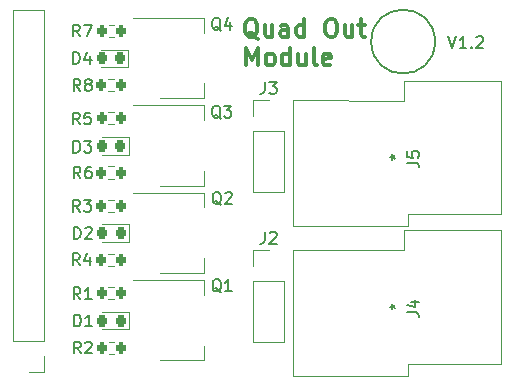
<source format=gto>
G04 #@! TF.GenerationSoftware,KiCad,Pcbnew,(6.0.0)*
G04 #@! TF.CreationDate,2022-04-16T22:58:20-07:00*
G04 #@! TF.ProjectId,Output Module,4f757470-7574-4204-9d6f-64756c652e6b,rev?*
G04 #@! TF.SameCoordinates,Original*
G04 #@! TF.FileFunction,Legend,Top*
G04 #@! TF.FilePolarity,Positive*
%FSLAX46Y46*%
G04 Gerber Fmt 4.6, Leading zero omitted, Abs format (unit mm)*
G04 Created by KiCad (PCBNEW (6.0.0)) date 2022-04-16 22:58:20*
%MOMM*%
%LPD*%
G01*
G04 APERTURE LIST*
G04 Aperture macros list*
%AMRoundRect*
0 Rectangle with rounded corners*
0 $1 Rounding radius*
0 $2 $3 $4 $5 $6 $7 $8 $9 X,Y pos of 4 corners*
0 Add a 4 corners polygon primitive as box body*
4,1,4,$2,$3,$4,$5,$6,$7,$8,$9,$2,$3,0*
0 Add four circle primitives for the rounded corners*
1,1,$1+$1,$2,$3*
1,1,$1+$1,$4,$5*
1,1,$1+$1,$6,$7*
1,1,$1+$1,$8,$9*
0 Add four rect primitives between the rounded corners*
20,1,$1+$1,$2,$3,$4,$5,0*
20,1,$1+$1,$4,$5,$6,$7,0*
20,1,$1+$1,$6,$7,$8,$9,0*
20,1,$1+$1,$8,$9,$2,$3,0*%
G04 Aperture macros list end*
%ADD10C,0.150000*%
%ADD11C,0.300000*%
%ADD12C,0.120000*%
%ADD13R,1.900000X1.900000*%
%ADD14C,2.032000*%
%ADD15C,2.032098*%
%ADD16RoundRect,0.218750X0.218750X0.256250X-0.218750X0.256250X-0.218750X-0.256250X0.218750X-0.256250X0*%
%ADD17RoundRect,0.200000X-0.200000X-0.275000X0.200000X-0.275000X0.200000X0.275000X-0.200000X0.275000X0*%
%ADD18R,1.700000X1.700000*%
%ADD19O,1.700000X1.700000*%
%ADD20R,2.000000X1.500000*%
%ADD21R,2.000000X3.800000*%
G04 APERTURE END LIST*
D10*
X139666190Y-74542380D02*
X139999523Y-75542380D01*
X140332857Y-74542380D01*
X141190000Y-75542380D02*
X140618571Y-75542380D01*
X140904285Y-75542380D02*
X140904285Y-74542380D01*
X140809047Y-74685238D01*
X140713809Y-74780476D01*
X140618571Y-74828095D01*
X141618571Y-75447142D02*
X141666190Y-75494761D01*
X141618571Y-75542380D01*
X141570952Y-75494761D01*
X141618571Y-75447142D01*
X141618571Y-75542380D01*
X142047142Y-74637619D02*
X142094761Y-74590000D01*
X142190000Y-74542380D01*
X142428095Y-74542380D01*
X142523333Y-74590000D01*
X142570952Y-74637619D01*
X142618571Y-74732857D01*
X142618571Y-74828095D01*
X142570952Y-74970952D01*
X141999523Y-75542380D01*
X142618571Y-75542380D01*
X138544057Y-74992000D02*
G75*
G03*
X138544057Y-74992000I-2700057J0D01*
G01*
D11*
X123552142Y-74733928D02*
X123409285Y-74662500D01*
X123266428Y-74519642D01*
X123052142Y-74305357D01*
X122909285Y-74233928D01*
X122766428Y-74233928D01*
X122837857Y-74591071D02*
X122695000Y-74519642D01*
X122552142Y-74376785D01*
X122480714Y-74091071D01*
X122480714Y-73591071D01*
X122552142Y-73305357D01*
X122695000Y-73162500D01*
X122837857Y-73091071D01*
X123123571Y-73091071D01*
X123266428Y-73162500D01*
X123409285Y-73305357D01*
X123480714Y-73591071D01*
X123480714Y-74091071D01*
X123409285Y-74376785D01*
X123266428Y-74519642D01*
X123123571Y-74591071D01*
X122837857Y-74591071D01*
X124766428Y-73591071D02*
X124766428Y-74591071D01*
X124123571Y-73591071D02*
X124123571Y-74376785D01*
X124195000Y-74519642D01*
X124337857Y-74591071D01*
X124552142Y-74591071D01*
X124695000Y-74519642D01*
X124766428Y-74448214D01*
X126123571Y-74591071D02*
X126123571Y-73805357D01*
X126052142Y-73662500D01*
X125909285Y-73591071D01*
X125623571Y-73591071D01*
X125480714Y-73662500D01*
X126123571Y-74519642D02*
X125980714Y-74591071D01*
X125623571Y-74591071D01*
X125480714Y-74519642D01*
X125409285Y-74376785D01*
X125409285Y-74233928D01*
X125480714Y-74091071D01*
X125623571Y-74019642D01*
X125980714Y-74019642D01*
X126123571Y-73948214D01*
X127480714Y-74591071D02*
X127480714Y-73091071D01*
X127480714Y-74519642D02*
X127337857Y-74591071D01*
X127052142Y-74591071D01*
X126909285Y-74519642D01*
X126837857Y-74448214D01*
X126766428Y-74305357D01*
X126766428Y-73876785D01*
X126837857Y-73733928D01*
X126909285Y-73662500D01*
X127052142Y-73591071D01*
X127337857Y-73591071D01*
X127480714Y-73662500D01*
X129623571Y-73091071D02*
X129909285Y-73091071D01*
X130052142Y-73162500D01*
X130195000Y-73305357D01*
X130266428Y-73591071D01*
X130266428Y-74091071D01*
X130195000Y-74376785D01*
X130052142Y-74519642D01*
X129909285Y-74591071D01*
X129623571Y-74591071D01*
X129480714Y-74519642D01*
X129337857Y-74376785D01*
X129266428Y-74091071D01*
X129266428Y-73591071D01*
X129337857Y-73305357D01*
X129480714Y-73162500D01*
X129623571Y-73091071D01*
X131552142Y-73591071D02*
X131552142Y-74591071D01*
X130909285Y-73591071D02*
X130909285Y-74376785D01*
X130980714Y-74519642D01*
X131123571Y-74591071D01*
X131337857Y-74591071D01*
X131480714Y-74519642D01*
X131552142Y-74448214D01*
X132052142Y-73591071D02*
X132623571Y-73591071D01*
X132266428Y-73091071D02*
X132266428Y-74376785D01*
X132337857Y-74519642D01*
X132480714Y-74591071D01*
X132623571Y-74591071D01*
X122552142Y-77006071D02*
X122552142Y-75506071D01*
X123052142Y-76577500D01*
X123552142Y-75506071D01*
X123552142Y-77006071D01*
X124480714Y-77006071D02*
X124337857Y-76934642D01*
X124266428Y-76863214D01*
X124195000Y-76720357D01*
X124195000Y-76291785D01*
X124266428Y-76148928D01*
X124337857Y-76077500D01*
X124480714Y-76006071D01*
X124695000Y-76006071D01*
X124837857Y-76077500D01*
X124909285Y-76148928D01*
X124980714Y-76291785D01*
X124980714Y-76720357D01*
X124909285Y-76863214D01*
X124837857Y-76934642D01*
X124695000Y-77006071D01*
X124480714Y-77006071D01*
X126266428Y-77006071D02*
X126266428Y-75506071D01*
X126266428Y-76934642D02*
X126123571Y-77006071D01*
X125837857Y-77006071D01*
X125695000Y-76934642D01*
X125623571Y-76863214D01*
X125552142Y-76720357D01*
X125552142Y-76291785D01*
X125623571Y-76148928D01*
X125695000Y-76077500D01*
X125837857Y-76006071D01*
X126123571Y-76006071D01*
X126266428Y-76077500D01*
X127623571Y-76006071D02*
X127623571Y-77006071D01*
X126980714Y-76006071D02*
X126980714Y-76791785D01*
X127052142Y-76934642D01*
X127195000Y-77006071D01*
X127409285Y-77006071D01*
X127552142Y-76934642D01*
X127623571Y-76863214D01*
X128552142Y-77006071D02*
X128409285Y-76934642D01*
X128337857Y-76791785D01*
X128337857Y-75506071D01*
X129695000Y-76934642D02*
X129552142Y-77006071D01*
X129266428Y-77006071D01*
X129123571Y-76934642D01*
X129052142Y-76791785D01*
X129052142Y-76220357D01*
X129123571Y-76077500D01*
X129266428Y-76006071D01*
X129552142Y-76006071D01*
X129695000Y-76077500D01*
X129766428Y-76220357D01*
X129766428Y-76363214D01*
X129052142Y-76506071D01*
D10*
X136183880Y-97924833D02*
X136898166Y-97924833D01*
X137041023Y-97972452D01*
X137136261Y-98067690D01*
X137183880Y-98210547D01*
X137183880Y-98305785D01*
X136517214Y-97020071D02*
X137183880Y-97020071D01*
X136136261Y-97258166D02*
X136850547Y-97496261D01*
X136850547Y-96877214D01*
X134722380Y-97435000D02*
X134960476Y-97435000D01*
X134865238Y-97673095D02*
X134960476Y-97435000D01*
X134865238Y-97196904D01*
X135150952Y-97577857D02*
X134960476Y-97435000D01*
X135150952Y-97292142D01*
X136193880Y-85244833D02*
X136908166Y-85244833D01*
X137051023Y-85292452D01*
X137146261Y-85387690D01*
X137193880Y-85530547D01*
X137193880Y-85625785D01*
X136193880Y-84292452D02*
X136193880Y-84768642D01*
X136670071Y-84816261D01*
X136622452Y-84768642D01*
X136574833Y-84673404D01*
X136574833Y-84435309D01*
X136622452Y-84340071D01*
X136670071Y-84292452D01*
X136765309Y-84244833D01*
X137003404Y-84244833D01*
X137098642Y-84292452D01*
X137146261Y-84340071D01*
X137193880Y-84435309D01*
X137193880Y-84673404D01*
X137146261Y-84768642D01*
X137098642Y-84816261D01*
X134732380Y-84755000D02*
X134970476Y-84755000D01*
X134875238Y-84993095D02*
X134970476Y-84755000D01*
X134875238Y-84516904D01*
X135160952Y-84897857D02*
X134970476Y-84755000D01*
X135160952Y-84612142D01*
X107911904Y-76882380D02*
X107911904Y-75882380D01*
X108150000Y-75882380D01*
X108292857Y-75930000D01*
X108388095Y-76025238D01*
X108435714Y-76120476D01*
X108483333Y-76310952D01*
X108483333Y-76453809D01*
X108435714Y-76644285D01*
X108388095Y-76739523D01*
X108292857Y-76834761D01*
X108150000Y-76882380D01*
X107911904Y-76882380D01*
X109340476Y-76215714D02*
X109340476Y-76882380D01*
X109102380Y-75834761D02*
X108864285Y-76549047D01*
X109483333Y-76549047D01*
X107931904Y-84382380D02*
X107931904Y-83382380D01*
X108170000Y-83382380D01*
X108312857Y-83430000D01*
X108408095Y-83525238D01*
X108455714Y-83620476D01*
X108503333Y-83810952D01*
X108503333Y-83953809D01*
X108455714Y-84144285D01*
X108408095Y-84239523D01*
X108312857Y-84334761D01*
X108170000Y-84382380D01*
X107931904Y-84382380D01*
X108836666Y-83382380D02*
X109455714Y-83382380D01*
X109122380Y-83763333D01*
X109265238Y-83763333D01*
X109360476Y-83810952D01*
X109408095Y-83858571D01*
X109455714Y-83953809D01*
X109455714Y-84191904D01*
X109408095Y-84287142D01*
X109360476Y-84334761D01*
X109265238Y-84382380D01*
X108979523Y-84382380D01*
X108884285Y-84334761D01*
X108836666Y-84287142D01*
X107971904Y-91692380D02*
X107971904Y-90692380D01*
X108210000Y-90692380D01*
X108352857Y-90740000D01*
X108448095Y-90835238D01*
X108495714Y-90930476D01*
X108543333Y-91120952D01*
X108543333Y-91263809D01*
X108495714Y-91454285D01*
X108448095Y-91549523D01*
X108352857Y-91644761D01*
X108210000Y-91692380D01*
X107971904Y-91692380D01*
X108924285Y-90787619D02*
X108971904Y-90740000D01*
X109067142Y-90692380D01*
X109305238Y-90692380D01*
X109400476Y-90740000D01*
X109448095Y-90787619D01*
X109495714Y-90882857D01*
X109495714Y-90978095D01*
X109448095Y-91120952D01*
X108876666Y-91692380D01*
X109495714Y-91692380D01*
X107991904Y-99102380D02*
X107991904Y-98102380D01*
X108230000Y-98102380D01*
X108372857Y-98150000D01*
X108468095Y-98245238D01*
X108515714Y-98340476D01*
X108563333Y-98530952D01*
X108563333Y-98673809D01*
X108515714Y-98864285D01*
X108468095Y-98959523D01*
X108372857Y-99054761D01*
X108230000Y-99102380D01*
X107991904Y-99102380D01*
X109515714Y-99102380D02*
X108944285Y-99102380D01*
X109230000Y-99102380D02*
X109230000Y-98102380D01*
X109134761Y-98245238D01*
X109039523Y-98340476D01*
X108944285Y-98388095D01*
X108509333Y-79169380D02*
X108176000Y-78693190D01*
X107937904Y-79169380D02*
X107937904Y-78169380D01*
X108318857Y-78169380D01*
X108414095Y-78217000D01*
X108461714Y-78264619D01*
X108509333Y-78359857D01*
X108509333Y-78502714D01*
X108461714Y-78597952D01*
X108414095Y-78645571D01*
X108318857Y-78693190D01*
X107937904Y-78693190D01*
X109080761Y-78597952D02*
X108985523Y-78550333D01*
X108937904Y-78502714D01*
X108890285Y-78407476D01*
X108890285Y-78359857D01*
X108937904Y-78264619D01*
X108985523Y-78217000D01*
X109080761Y-78169380D01*
X109271238Y-78169380D01*
X109366476Y-78217000D01*
X109414095Y-78264619D01*
X109461714Y-78359857D01*
X109461714Y-78407476D01*
X109414095Y-78502714D01*
X109366476Y-78550333D01*
X109271238Y-78597952D01*
X109080761Y-78597952D01*
X108985523Y-78645571D01*
X108937904Y-78693190D01*
X108890285Y-78788428D01*
X108890285Y-78978904D01*
X108937904Y-79074142D01*
X108985523Y-79121761D01*
X109080761Y-79169380D01*
X109271238Y-79169380D01*
X109366476Y-79121761D01*
X109414095Y-79074142D01*
X109461714Y-78978904D01*
X109461714Y-78788428D01*
X109414095Y-78693190D01*
X109366476Y-78645571D01*
X109271238Y-78597952D01*
X108479333Y-74549380D02*
X108146000Y-74073190D01*
X107907904Y-74549380D02*
X107907904Y-73549380D01*
X108288857Y-73549380D01*
X108384095Y-73597000D01*
X108431714Y-73644619D01*
X108479333Y-73739857D01*
X108479333Y-73882714D01*
X108431714Y-73977952D01*
X108384095Y-74025571D01*
X108288857Y-74073190D01*
X107907904Y-74073190D01*
X108812666Y-73549380D02*
X109479333Y-73549380D01*
X109050761Y-74549380D01*
X108529333Y-86569380D02*
X108196000Y-86093190D01*
X107957904Y-86569380D02*
X107957904Y-85569380D01*
X108338857Y-85569380D01*
X108434095Y-85617000D01*
X108481714Y-85664619D01*
X108529333Y-85759857D01*
X108529333Y-85902714D01*
X108481714Y-85997952D01*
X108434095Y-86045571D01*
X108338857Y-86093190D01*
X107957904Y-86093190D01*
X109386476Y-85569380D02*
X109196000Y-85569380D01*
X109100761Y-85617000D01*
X109053142Y-85664619D01*
X108957904Y-85807476D01*
X108910285Y-85997952D01*
X108910285Y-86378904D01*
X108957904Y-86474142D01*
X109005523Y-86521761D01*
X109100761Y-86569380D01*
X109291238Y-86569380D01*
X109386476Y-86521761D01*
X109434095Y-86474142D01*
X109481714Y-86378904D01*
X109481714Y-86140809D01*
X109434095Y-86045571D01*
X109386476Y-85997952D01*
X109291238Y-85950333D01*
X109100761Y-85950333D01*
X109005523Y-85997952D01*
X108957904Y-86045571D01*
X108910285Y-86140809D01*
X108469333Y-81999380D02*
X108136000Y-81523190D01*
X107897904Y-81999380D02*
X107897904Y-80999380D01*
X108278857Y-80999380D01*
X108374095Y-81047000D01*
X108421714Y-81094619D01*
X108469333Y-81189857D01*
X108469333Y-81332714D01*
X108421714Y-81427952D01*
X108374095Y-81475571D01*
X108278857Y-81523190D01*
X107897904Y-81523190D01*
X109374095Y-80999380D02*
X108897904Y-80999380D01*
X108850285Y-81475571D01*
X108897904Y-81427952D01*
X108993142Y-81380333D01*
X109231238Y-81380333D01*
X109326476Y-81427952D01*
X109374095Y-81475571D01*
X109421714Y-81570809D01*
X109421714Y-81808904D01*
X109374095Y-81904142D01*
X109326476Y-81951761D01*
X109231238Y-81999380D01*
X108993142Y-81999380D01*
X108897904Y-81951761D01*
X108850285Y-81904142D01*
X124126666Y-78402380D02*
X124126666Y-79116666D01*
X124079047Y-79259523D01*
X123983809Y-79354761D01*
X123840952Y-79402380D01*
X123745714Y-79402380D01*
X124507619Y-78402380D02*
X125126666Y-78402380D01*
X124793333Y-78783333D01*
X124936190Y-78783333D01*
X125031428Y-78830952D01*
X125079047Y-78878571D01*
X125126666Y-78973809D01*
X125126666Y-79211904D01*
X125079047Y-79307142D01*
X125031428Y-79354761D01*
X124936190Y-79402380D01*
X124650476Y-79402380D01*
X124555238Y-79354761D01*
X124507619Y-79307142D01*
X108459333Y-93919380D02*
X108126000Y-93443190D01*
X107887904Y-93919380D02*
X107887904Y-92919380D01*
X108268857Y-92919380D01*
X108364095Y-92967000D01*
X108411714Y-93014619D01*
X108459333Y-93109857D01*
X108459333Y-93252714D01*
X108411714Y-93347952D01*
X108364095Y-93395571D01*
X108268857Y-93443190D01*
X107887904Y-93443190D01*
X109316476Y-93252714D02*
X109316476Y-93919380D01*
X109078380Y-92871761D02*
X108840285Y-93586047D01*
X109459333Y-93586047D01*
X108479333Y-89379380D02*
X108146000Y-88903190D01*
X107907904Y-89379380D02*
X107907904Y-88379380D01*
X108288857Y-88379380D01*
X108384095Y-88427000D01*
X108431714Y-88474619D01*
X108479333Y-88569857D01*
X108479333Y-88712714D01*
X108431714Y-88807952D01*
X108384095Y-88855571D01*
X108288857Y-88903190D01*
X107907904Y-88903190D01*
X108812666Y-88379380D02*
X109431714Y-88379380D01*
X109098380Y-88760333D01*
X109241238Y-88760333D01*
X109336476Y-88807952D01*
X109384095Y-88855571D01*
X109431714Y-88950809D01*
X109431714Y-89188904D01*
X109384095Y-89284142D01*
X109336476Y-89331761D01*
X109241238Y-89379380D01*
X108955523Y-89379380D01*
X108860285Y-89331761D01*
X108812666Y-89284142D01*
X108549333Y-101399380D02*
X108216000Y-100923190D01*
X107977904Y-101399380D02*
X107977904Y-100399380D01*
X108358857Y-100399380D01*
X108454095Y-100447000D01*
X108501714Y-100494619D01*
X108549333Y-100589857D01*
X108549333Y-100732714D01*
X108501714Y-100827952D01*
X108454095Y-100875571D01*
X108358857Y-100923190D01*
X107977904Y-100923190D01*
X108930285Y-100494619D02*
X108977904Y-100447000D01*
X109073142Y-100399380D01*
X109311238Y-100399380D01*
X109406476Y-100447000D01*
X109454095Y-100494619D01*
X109501714Y-100589857D01*
X109501714Y-100685095D01*
X109454095Y-100827952D01*
X108882666Y-101399380D01*
X109501714Y-101399380D01*
X108519333Y-96809380D02*
X108186000Y-96333190D01*
X107947904Y-96809380D02*
X107947904Y-95809380D01*
X108328857Y-95809380D01*
X108424095Y-95857000D01*
X108471714Y-95904619D01*
X108519333Y-95999857D01*
X108519333Y-96142714D01*
X108471714Y-96237952D01*
X108424095Y-96285571D01*
X108328857Y-96333190D01*
X107947904Y-96333190D01*
X109471714Y-96809380D02*
X108900285Y-96809380D01*
X109186000Y-96809380D02*
X109186000Y-95809380D01*
X109090761Y-95952238D01*
X108995523Y-96047476D01*
X108900285Y-96095095D01*
X120410761Y-74074619D02*
X120315523Y-74027000D01*
X120220285Y-73931761D01*
X120077428Y-73788904D01*
X119982190Y-73741285D01*
X119886952Y-73741285D01*
X119934571Y-73979380D02*
X119839333Y-73931761D01*
X119744095Y-73836523D01*
X119696476Y-73646047D01*
X119696476Y-73312714D01*
X119744095Y-73122238D01*
X119839333Y-73027000D01*
X119934571Y-72979380D01*
X120125047Y-72979380D01*
X120220285Y-73027000D01*
X120315523Y-73122238D01*
X120363142Y-73312714D01*
X120363142Y-73646047D01*
X120315523Y-73836523D01*
X120220285Y-73931761D01*
X120125047Y-73979380D01*
X119934571Y-73979380D01*
X121220285Y-73312714D02*
X121220285Y-73979380D01*
X120982190Y-72931761D02*
X120744095Y-73646047D01*
X121363142Y-73646047D01*
X120444761Y-88817619D02*
X120349523Y-88770000D01*
X120254285Y-88674761D01*
X120111428Y-88531904D01*
X120016190Y-88484285D01*
X119920952Y-88484285D01*
X119968571Y-88722380D02*
X119873333Y-88674761D01*
X119778095Y-88579523D01*
X119730476Y-88389047D01*
X119730476Y-88055714D01*
X119778095Y-87865238D01*
X119873333Y-87770000D01*
X119968571Y-87722380D01*
X120159047Y-87722380D01*
X120254285Y-87770000D01*
X120349523Y-87865238D01*
X120397142Y-88055714D01*
X120397142Y-88389047D01*
X120349523Y-88579523D01*
X120254285Y-88674761D01*
X120159047Y-88722380D01*
X119968571Y-88722380D01*
X120778095Y-87817619D02*
X120825714Y-87770000D01*
X120920952Y-87722380D01*
X121159047Y-87722380D01*
X121254285Y-87770000D01*
X121301904Y-87817619D01*
X121349523Y-87912857D01*
X121349523Y-88008095D01*
X121301904Y-88150952D01*
X120730476Y-88722380D01*
X121349523Y-88722380D01*
X124126666Y-91102380D02*
X124126666Y-91816666D01*
X124079047Y-91959523D01*
X123983809Y-92054761D01*
X123840952Y-92102380D01*
X123745714Y-92102380D01*
X124555238Y-91197619D02*
X124602857Y-91150000D01*
X124698095Y-91102380D01*
X124936190Y-91102380D01*
X125031428Y-91150000D01*
X125079047Y-91197619D01*
X125126666Y-91292857D01*
X125126666Y-91388095D01*
X125079047Y-91530952D01*
X124507619Y-92102380D01*
X125126666Y-92102380D01*
X120400761Y-81514619D02*
X120305523Y-81467000D01*
X120210285Y-81371761D01*
X120067428Y-81228904D01*
X119972190Y-81181285D01*
X119876952Y-81181285D01*
X119924571Y-81419380D02*
X119829333Y-81371761D01*
X119734095Y-81276523D01*
X119686476Y-81086047D01*
X119686476Y-80752714D01*
X119734095Y-80562238D01*
X119829333Y-80467000D01*
X119924571Y-80419380D01*
X120115047Y-80419380D01*
X120210285Y-80467000D01*
X120305523Y-80562238D01*
X120353142Y-80752714D01*
X120353142Y-81086047D01*
X120305523Y-81276523D01*
X120210285Y-81371761D01*
X120115047Y-81419380D01*
X119924571Y-81419380D01*
X120686476Y-80419380D02*
X121305523Y-80419380D01*
X120972190Y-80800333D01*
X121115047Y-80800333D01*
X121210285Y-80847952D01*
X121257904Y-80895571D01*
X121305523Y-80990809D01*
X121305523Y-81228904D01*
X121257904Y-81324142D01*
X121210285Y-81371761D01*
X121115047Y-81419380D01*
X120829333Y-81419380D01*
X120734095Y-81371761D01*
X120686476Y-81324142D01*
X120440761Y-96224619D02*
X120345523Y-96177000D01*
X120250285Y-96081761D01*
X120107428Y-95938904D01*
X120012190Y-95891285D01*
X119916952Y-95891285D01*
X119964571Y-96129380D02*
X119869333Y-96081761D01*
X119774095Y-95986523D01*
X119726476Y-95796047D01*
X119726476Y-95462714D01*
X119774095Y-95272238D01*
X119869333Y-95177000D01*
X119964571Y-95129380D01*
X120155047Y-95129380D01*
X120250285Y-95177000D01*
X120345523Y-95272238D01*
X120393142Y-95462714D01*
X120393142Y-95796047D01*
X120345523Y-95986523D01*
X120250285Y-96081761D01*
X120155047Y-96129380D01*
X119964571Y-96129380D01*
X121345523Y-96129380D02*
X120774095Y-96129380D01*
X121059809Y-96129380D02*
X121059809Y-95129380D01*
X120964571Y-95272238D01*
X120869333Y-95367476D01*
X120774095Y-95415095D01*
D12*
X126495000Y-92644000D02*
X126493000Y-103312000D01*
X136220000Y-103310000D02*
X136220000Y-102285000D01*
X135893000Y-92660000D02*
X126495000Y-92644000D01*
X126493000Y-103312000D02*
X136220000Y-103310000D01*
X144095000Y-102282001D02*
X144095000Y-90985000D01*
X144095000Y-90985000D02*
X135895000Y-90983000D01*
X135895000Y-90983000D02*
X135893000Y-92660000D01*
X136220000Y-102285000D02*
X144095000Y-102282001D01*
X126505000Y-79964000D02*
X126503000Y-90632000D01*
X136230000Y-90630000D02*
X136230000Y-89605000D01*
X135903000Y-79980000D02*
X126505000Y-79964000D01*
X126503000Y-90632000D02*
X136230000Y-90630000D01*
X144105000Y-89602001D02*
X144105000Y-78305000D01*
X144105000Y-78305000D02*
X135905000Y-78303000D01*
X135905000Y-78303000D02*
X135903000Y-79980000D01*
X136230000Y-89605000D02*
X144105000Y-89602001D01*
X110296000Y-77152000D02*
X112581000Y-77152000D01*
X112581000Y-77152000D02*
X112581000Y-75682000D01*
X112581000Y-75682000D02*
X110296000Y-75682000D01*
X110316000Y-84552000D02*
X112601000Y-84552000D01*
X112601000Y-84552000D02*
X112601000Y-83082000D01*
X112601000Y-83082000D02*
X110316000Y-83082000D01*
X110336000Y-91942000D02*
X112621000Y-91942000D01*
X112621000Y-91942000D02*
X112621000Y-90472000D01*
X112621000Y-90472000D02*
X110336000Y-90472000D01*
X110336000Y-99352000D02*
X112621000Y-99352000D01*
X112621000Y-99352000D02*
X112621000Y-97882000D01*
X112621000Y-97882000D02*
X110336000Y-97882000D01*
X110888742Y-78154500D02*
X111363258Y-78154500D01*
X110888742Y-79199500D02*
X111363258Y-79199500D01*
X110908742Y-73564500D02*
X111383258Y-73564500D01*
X110908742Y-74609500D02*
X111383258Y-74609500D01*
X110878742Y-85554500D02*
X111353258Y-85554500D01*
X110878742Y-86599500D02*
X111353258Y-86599500D01*
X110898742Y-80964500D02*
X111373258Y-80964500D01*
X110898742Y-82009500D02*
X111373258Y-82009500D01*
X123130000Y-87690000D02*
X125790000Y-87690000D01*
X123130000Y-82550000D02*
X123130000Y-87690000D01*
X125790000Y-82550000D02*
X125790000Y-87690000D01*
X123130000Y-82550000D02*
X125790000Y-82550000D01*
X123130000Y-81280000D02*
X123130000Y-79950000D01*
X123130000Y-79950000D02*
X124460000Y-79950000D01*
X110878742Y-92954500D02*
X111353258Y-92954500D01*
X110878742Y-93999500D02*
X111353258Y-93999500D01*
X110878742Y-88374500D02*
X111353258Y-88374500D01*
X110878742Y-89419500D02*
X111353258Y-89419500D01*
X110908742Y-100394500D02*
X111383258Y-100394500D01*
X110908742Y-101439500D02*
X111383258Y-101439500D01*
X110898742Y-95774500D02*
X111373258Y-95774500D01*
X110898742Y-96819500D02*
X111373258Y-96819500D01*
X118996000Y-79792000D02*
X118996000Y-78532000D01*
X118996000Y-72972000D02*
X118996000Y-74232000D01*
X112986000Y-72972000D02*
X118996000Y-72972000D01*
X115236000Y-79792000D02*
X118996000Y-79792000D01*
X118996000Y-94592000D02*
X118996000Y-93332000D01*
X112986000Y-87772000D02*
X118996000Y-87772000D01*
X118996000Y-87772000D02*
X118996000Y-89032000D01*
X115236000Y-94592000D02*
X118996000Y-94592000D01*
X123130000Y-93980000D02*
X123130000Y-92650000D01*
X123130000Y-95250000D02*
X125790000Y-95250000D01*
X123130000Y-100390000D02*
X125790000Y-100390000D01*
X123130000Y-92650000D02*
X124460000Y-92650000D01*
X123130000Y-95250000D02*
X123130000Y-100390000D01*
X125790000Y-95250000D02*
X125790000Y-100390000D01*
X118986000Y-80382000D02*
X118986000Y-81642000D01*
X118986000Y-87202000D02*
X118986000Y-85942000D01*
X115226000Y-87202000D02*
X118986000Y-87202000D01*
X112976000Y-80382000D02*
X118986000Y-80382000D01*
X105470000Y-102930000D02*
X104140000Y-102930000D01*
X105470000Y-72330000D02*
X102810000Y-72330000D01*
X105470000Y-100330000D02*
X102810000Y-100330000D01*
X105470000Y-100330000D02*
X105470000Y-72330000D01*
X102810000Y-100330000D02*
X102810000Y-72330000D01*
X105470000Y-101600000D02*
X105470000Y-102930000D01*
X118996000Y-95172000D02*
X118996000Y-96432000D01*
X115236000Y-101992000D02*
X118996000Y-101992000D01*
X118996000Y-101992000D02*
X118996000Y-100732000D01*
X112986000Y-95172000D02*
X118996000Y-95172000D01*
%LPC*%
D13*
X129370000Y-101510000D03*
D14*
X129370000Y-98010000D03*
X129370000Y-94510000D03*
X140870000Y-100010000D03*
X140870000Y-96510000D03*
D15*
X140870000Y-93010000D03*
D13*
X129380000Y-88830000D03*
D14*
X129380000Y-85330000D03*
X129380000Y-81830000D03*
X140880000Y-87330000D03*
X140880000Y-83830000D03*
D15*
X140880000Y-80330000D03*
D16*
X111883500Y-76417000D03*
X110308500Y-76417000D03*
X111903500Y-83817000D03*
X110328500Y-83817000D03*
X111923500Y-91207000D03*
X110348500Y-91207000D03*
X111923500Y-98617000D03*
X110348500Y-98617000D03*
D17*
X110301000Y-78677000D03*
X111951000Y-78677000D03*
X110321000Y-74087000D03*
X111971000Y-74087000D03*
X110291000Y-86077000D03*
X111941000Y-86077000D03*
X110311000Y-81487000D03*
X111961000Y-81487000D03*
D18*
X124460000Y-81280000D03*
D19*
X124460000Y-83820000D03*
X124460000Y-86360000D03*
D17*
X110291000Y-93477000D03*
X111941000Y-93477000D03*
X110291000Y-88897000D03*
X111941000Y-88897000D03*
X110321000Y-100917000D03*
X111971000Y-100917000D03*
X110311000Y-96297000D03*
X111961000Y-96297000D03*
D20*
X113936000Y-74082000D03*
X113936000Y-76382000D03*
X113936000Y-78682000D03*
D21*
X120236000Y-76382000D03*
X120236000Y-91182000D03*
D20*
X113936000Y-93482000D03*
X113936000Y-91182000D03*
X113936000Y-88882000D03*
D18*
X124460000Y-93980000D03*
D19*
X124460000Y-96520000D03*
X124460000Y-99060000D03*
D20*
X113926000Y-81492000D03*
X113926000Y-83792000D03*
X113926000Y-86092000D03*
D21*
X120226000Y-83792000D03*
D18*
X104140000Y-101600000D03*
D19*
X104140000Y-99060000D03*
X104140000Y-96520000D03*
X104140000Y-93980000D03*
X104140000Y-91440000D03*
X104140000Y-88900000D03*
X104140000Y-86360000D03*
X104140000Y-83820000D03*
X104140000Y-81280000D03*
X104140000Y-78740000D03*
X104140000Y-76200000D03*
X104140000Y-73660000D03*
D20*
X113936000Y-96282000D03*
X113936000Y-98582000D03*
X113936000Y-100882000D03*
D21*
X120236000Y-98582000D03*
M02*

</source>
